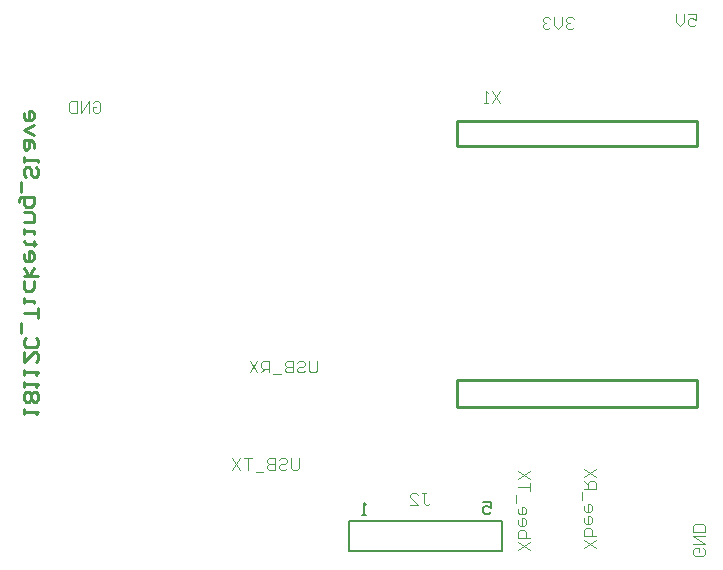
<source format=gbr>
%TF.GenerationSoftware,Altium Limited,Altium Designer,21.6.1 (37)*%
G04 Layer_Color=32896*
%FSLAX43Y43*%
%MOMM*%
%TF.SameCoordinates,722F286E-688C-4CC3-9CBB-BCC5CCC684D6*%
%TF.FilePolarity,Positive*%
%TF.FileFunction,Legend,Bot*%
%TF.Part,Single*%
G01*
G75*
%TA.AperFunction,NonConductor*%
%ADD46C,0.200*%
%ADD48C,0.100*%
%ADD49C,0.254*%
D46*
X30838Y1397D02*
Y3937D01*
X43838D01*
Y1397D02*
Y3937D01*
X30838Y1397D02*
X43838D01*
X42194Y5572D02*
X42861D01*
Y5072D01*
X42527Y5238D01*
X42361D01*
X42194Y5072D01*
Y4739D01*
X42361Y4572D01*
X42694D01*
X42861Y4739D01*
X32308Y4445D02*
X31975D01*
X32141D01*
Y5445D01*
X32308Y5278D01*
D48*
X49900Y46433D02*
X49733Y46600D01*
X49400D01*
X49234Y46433D01*
Y46266D01*
X49400Y46100D01*
X49567D01*
X49400D01*
X49234Y45933D01*
Y45767D01*
X49400Y45600D01*
X49733D01*
X49900Y45767D01*
X48900Y46600D02*
Y45933D01*
X48567Y45600D01*
X48234Y45933D01*
Y46600D01*
X47901Y46433D02*
X47734Y46600D01*
X47401D01*
X47234Y46433D01*
Y46266D01*
X47401Y46100D01*
X47567D01*
X47401D01*
X47234Y45933D01*
Y45767D01*
X47401Y45600D01*
X47734D01*
X47901Y45767D01*
X59544Y46891D02*
X60210D01*
Y46391D01*
X59877Y46557D01*
X59710D01*
X59544Y46391D01*
Y46058D01*
X59710Y45891D01*
X60043D01*
X60210Y46058D01*
X59210Y46891D02*
Y46224D01*
X58877Y45891D01*
X58544Y46224D01*
Y46891D01*
X9134Y39311D02*
X9300Y39477D01*
X9633D01*
X9800Y39311D01*
Y38644D01*
X9633Y38477D01*
X9300D01*
X9134Y38644D01*
Y38977D01*
X9467D01*
X8800Y38477D02*
Y39477D01*
X8134Y38477D01*
Y39477D01*
X7801D02*
Y38477D01*
X7301D01*
X7134Y38644D01*
Y39311D01*
X7301Y39477D01*
X7801D01*
X60833Y1666D02*
X61000Y1500D01*
Y1167D01*
X60833Y1000D01*
X60167D01*
X60000Y1167D01*
Y1500D01*
X60167Y1666D01*
X60500D01*
Y1333D01*
X60000Y2000D02*
X61000D01*
X60000Y2666D01*
X61000D01*
Y2999D02*
X60000D01*
Y3499D01*
X60167Y3666D01*
X60833D01*
X61000Y3499D01*
Y2999D01*
X26600Y9266D02*
Y8433D01*
X26433Y8267D01*
X26100D01*
X25934Y8433D01*
Y9266D01*
X24934Y9100D02*
X25100Y9266D01*
X25434D01*
X25600Y9100D01*
Y8933D01*
X25434Y8766D01*
X25100D01*
X24934Y8600D01*
Y8433D01*
X25100Y8267D01*
X25434D01*
X25600Y8433D01*
X24601Y9266D02*
Y8267D01*
X24101D01*
X23934Y8433D01*
Y8600D01*
X24101Y8766D01*
X24601D01*
X24101D01*
X23934Y8933D01*
Y9100D01*
X24101Y9266D01*
X24601D01*
X23601Y8100D02*
X22935D01*
X22601Y9266D02*
X21935D01*
X22268D01*
Y8267D01*
X21602Y9266D02*
X20935Y8267D01*
Y9266D02*
X21602Y8267D01*
X28094Y17522D02*
Y16689D01*
X27927Y16523D01*
X27594D01*
X27428Y16689D01*
Y17522D01*
X26428Y17356D02*
X26594Y17522D01*
X26928D01*
X27094Y17356D01*
Y17189D01*
X26928Y17022D01*
X26594D01*
X26428Y16856D01*
Y16689D01*
X26594Y16523D01*
X26928D01*
X27094Y16689D01*
X26095Y17522D02*
Y16523D01*
X25595D01*
X25428Y16689D01*
Y16856D01*
X25595Y17022D01*
X26095D01*
X25595D01*
X25428Y17189D01*
Y17356D01*
X25595Y17522D01*
X26095D01*
X25095Y16356D02*
X24429D01*
X24095Y16523D02*
Y17522D01*
X23595D01*
X23429Y17356D01*
Y17022D01*
X23595Y16856D01*
X24095D01*
X23762D02*
X23429Y16523D01*
X23096Y17522D02*
X22429Y16523D01*
Y17522D02*
X23096Y16523D01*
X51766Y1700D02*
X50767Y2366D01*
X51766D02*
X50767Y1700D01*
X51766Y2700D02*
X50767D01*
Y3200D01*
X50933Y3366D01*
X51100D01*
X51266D01*
X51433Y3200D01*
Y2700D01*
X50767Y4199D02*
Y3866D01*
X50933Y3699D01*
X51266D01*
X51433Y3866D01*
Y4199D01*
X51266Y4366D01*
X51100D01*
Y3699D01*
X50767Y5199D02*
Y4866D01*
X50933Y4699D01*
X51266D01*
X51433Y4866D01*
Y5199D01*
X51266Y5365D01*
X51100D01*
Y4699D01*
X50600Y5699D02*
Y6365D01*
X50767Y6698D02*
X51766D01*
Y7198D01*
X51600Y7365D01*
X51266D01*
X51100Y7198D01*
Y6698D01*
Y7032D02*
X50767Y7365D01*
X51766Y7698D02*
X50767Y8365D01*
X51766D02*
X50767Y7698D01*
X46166Y1500D02*
X45167Y2166D01*
X46166D02*
X45167Y1500D01*
X46166Y2500D02*
X45167D01*
Y3000D01*
X45333Y3166D01*
X45500D01*
X45666D01*
X45833Y3000D01*
Y2500D01*
X45167Y3999D02*
Y3666D01*
X45333Y3499D01*
X45666D01*
X45833Y3666D01*
Y3999D01*
X45666Y4166D01*
X45500D01*
Y3499D01*
X45167Y4999D02*
Y4666D01*
X45333Y4499D01*
X45666D01*
X45833Y4666D01*
Y4999D01*
X45666Y5165D01*
X45500D01*
Y4499D01*
X45000Y5499D02*
Y6165D01*
X46166Y6498D02*
Y7165D01*
Y6832D01*
X45167D01*
X46166Y7498D02*
X45167Y8165D01*
X46166D02*
X45167Y7498D01*
X37014Y6334D02*
X37347D01*
X37180D01*
Y5501D01*
X37347Y5334D01*
X37513D01*
X37680Y5501D01*
X36014Y5334D02*
X36680D01*
X36014Y6000D01*
Y6167D01*
X36180Y6334D01*
X36514D01*
X36680Y6167D01*
X43611Y40370D02*
X42944Y39370D01*
Y40370D02*
X43611Y39370D01*
X42611D02*
X42278D01*
X42444D01*
Y40370D01*
X42611Y40203D01*
D49*
X60310Y14833D02*
Y15849D01*
Y13563D02*
Y14833D01*
X39990Y15849D02*
X60310D01*
X39990Y13563D02*
Y15849D01*
Y13563D02*
X60310D01*
Y35661D02*
Y37820D01*
X39990D02*
X60310D01*
X39990Y35661D02*
Y37820D01*
Y35661D02*
X60310D01*
X3300Y13000D02*
Y13418D01*
Y13209D01*
X4554D01*
X4345Y13000D01*
Y14045D02*
X4554Y14254D01*
Y14671D01*
X4345Y14880D01*
X4136D01*
X3927Y14671D01*
X3718Y14880D01*
X3509D01*
X3300Y14671D01*
Y14254D01*
X3509Y14045D01*
X3718D01*
X3927Y14254D01*
X4136Y14045D01*
X4345D01*
X3927Y14254D02*
Y14671D01*
X3300Y15298D02*
Y15716D01*
Y15507D01*
X4554D01*
X4345Y15298D01*
X3300Y16343D02*
Y16761D01*
Y16552D01*
X4554D01*
X4345Y16343D01*
X3300Y18223D02*
Y17388D01*
X4136Y18223D01*
X4345D01*
X4554Y18014D01*
Y17597D01*
X4345Y17388D01*
Y19477D02*
X4554Y19268D01*
Y18850D01*
X4345Y18641D01*
X3509D01*
X3300Y18850D01*
Y19268D01*
X3509Y19477D01*
X3091Y19895D02*
Y20730D01*
X4554Y21148D02*
Y21984D01*
Y21566D01*
X3300D01*
Y22402D02*
Y22820D01*
Y22611D01*
X4136D01*
Y22402D01*
Y24282D02*
Y23656D01*
X3927Y23447D01*
X3509D01*
X3300Y23656D01*
Y24282D01*
Y24700D02*
X4554D01*
X3718D02*
X4136Y25327D01*
X3718Y24700D02*
X3300Y25327D01*
Y26581D02*
Y26163D01*
X3509Y25954D01*
X3927D01*
X4136Y26163D01*
Y26581D01*
X3927Y26790D01*
X3718D01*
Y25954D01*
X4345Y27416D02*
X4136D01*
Y27207D01*
Y27625D01*
Y27416D01*
X3509D01*
X3300Y27625D01*
Y28252D02*
Y28670D01*
Y28461D01*
X4136D01*
Y28252D01*
X3300Y29297D02*
X4136D01*
Y29924D01*
X3927Y30132D01*
X3300D01*
X2882Y30968D02*
Y31177D01*
X3091Y31386D01*
X4136D01*
Y30759D01*
X3927Y30550D01*
X3509D01*
X3300Y30759D01*
Y31386D01*
X3091Y31804D02*
Y32640D01*
X4345Y33893D02*
X4554Y33684D01*
Y33266D01*
X4345Y33058D01*
X4136D01*
X3927Y33266D01*
Y33684D01*
X3718Y33893D01*
X3509D01*
X3300Y33684D01*
Y33266D01*
X3509Y33058D01*
X3300Y34311D02*
Y34729D01*
Y34520D01*
X4554D01*
Y34311D01*
X4136Y35565D02*
Y35983D01*
X3927Y36192D01*
X3300D01*
Y35565D01*
X3509Y35356D01*
X3718Y35565D01*
Y36192D01*
X4136Y36609D02*
X3300Y37027D01*
X4136Y37445D01*
X3300Y38490D02*
Y38072D01*
X3509Y37863D01*
X3927D01*
X4136Y38072D01*
Y38490D01*
X3927Y38699D01*
X3718D01*
Y37863D01*
%TF.MD5,8fba0bc1e961b01a1239c23ebaf1fed0*%
M02*

</source>
